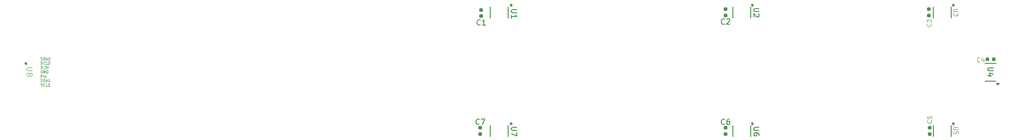
<source format=gto>
G04 #@! TF.GenerationSoftware,KiCad,Pcbnew,7.0.7*
G04 #@! TF.CreationDate,2024-05-14T22:52:39+02:00*
G04 #@! TF.ProjectId,Index_Middle_Ring_V3,496e6465-785f-44d6-9964-646c655f5269,rev?*
G04 #@! TF.SameCoordinates,Original*
G04 #@! TF.FileFunction,Legend,Top*
G04 #@! TF.FilePolarity,Positive*
%FSLAX46Y46*%
G04 Gerber Fmt 4.6, Leading zero omitted, Abs format (unit mm)*
G04 Created by KiCad (PCBNEW 7.0.7) date 2024-05-14 22:52:39*
%MOMM*%
%LPD*%
G01*
G04 APERTURE LIST*
G04 Aperture macros list*
%AMRoundRect*
0 Rectangle with rounded corners*
0 $1 Rounding radius*
0 $2 $3 $4 $5 $6 $7 $8 $9 X,Y pos of 4 corners*
0 Add a 4 corners polygon primitive as box body*
4,1,4,$2,$3,$4,$5,$6,$7,$8,$9,$2,$3,0*
0 Add four circle primitives for the rounded corners*
1,1,$1+$1,$2,$3*
1,1,$1+$1,$4,$5*
1,1,$1+$1,$6,$7*
1,1,$1+$1,$8,$9*
0 Add four rect primitives between the rounded corners*
20,1,$1+$1,$2,$3,$4,$5,0*
20,1,$1+$1,$4,$5,$6,$7,0*
20,1,$1+$1,$6,$7,$8,$9,0*
20,1,$1+$1,$8,$9,$2,$3,0*%
G04 Aperture macros list end*
%ADD10C,0.150000*%
%ADD11C,0.075000*%
%ADD12C,0.100000*%
%ADD13C,0.152400*%
%ADD14RoundRect,0.155000X0.155000X-0.212500X0.155000X0.212500X-0.155000X0.212500X-0.155000X-0.212500X0*%
%ADD15R,0.558800X0.977900*%
%ADD16RoundRect,0.155000X-0.212500X-0.155000X0.212500X-0.155000X0.212500X0.155000X-0.212500X0.155000X0*%
%ADD17R,4.000000X0.300000*%
%ADD18R,0.977900X0.558800*%
G04 APERTURE END LIST*
D10*
X229425180Y-117212095D02*
X228615657Y-117212095D01*
X228615657Y-117212095D02*
X228520419Y-117259714D01*
X228520419Y-117259714D02*
X228472800Y-117307333D01*
X228472800Y-117307333D02*
X228425180Y-117402571D01*
X228425180Y-117402571D02*
X228425180Y-117593047D01*
X228425180Y-117593047D02*
X228472800Y-117688285D01*
X228472800Y-117688285D02*
X228520419Y-117735904D01*
X228520419Y-117735904D02*
X228615657Y-117783523D01*
X228615657Y-117783523D02*
X229425180Y-117783523D01*
X229091847Y-118688285D02*
X228425180Y-118688285D01*
X229472800Y-118450190D02*
X228758514Y-118212095D01*
X228758514Y-118212095D02*
X228758514Y-118831142D01*
D11*
X53248305Y-115740515D02*
X53319733Y-115764324D01*
X53319733Y-115764324D02*
X53438781Y-115764324D01*
X53438781Y-115764324D02*
X53486400Y-115740515D01*
X53486400Y-115740515D02*
X53510209Y-115716705D01*
X53510209Y-115716705D02*
X53534019Y-115669086D01*
X53534019Y-115669086D02*
X53534019Y-115621467D01*
X53534019Y-115621467D02*
X53510209Y-115573848D01*
X53510209Y-115573848D02*
X53486400Y-115550038D01*
X53486400Y-115550038D02*
X53438781Y-115526229D01*
X53438781Y-115526229D02*
X53343543Y-115502419D01*
X53343543Y-115502419D02*
X53295924Y-115478610D01*
X53295924Y-115478610D02*
X53272114Y-115454800D01*
X53272114Y-115454800D02*
X53248305Y-115407181D01*
X53248305Y-115407181D02*
X53248305Y-115359562D01*
X53248305Y-115359562D02*
X53272114Y-115311943D01*
X53272114Y-115311943D02*
X53295924Y-115288134D01*
X53295924Y-115288134D02*
X53343543Y-115264324D01*
X53343543Y-115264324D02*
X53462590Y-115264324D01*
X53462590Y-115264324D02*
X53534019Y-115288134D01*
X53748304Y-115764324D02*
X53748304Y-115264324D01*
X53748304Y-115264324D02*
X53867352Y-115264324D01*
X53867352Y-115264324D02*
X53938780Y-115288134D01*
X53938780Y-115288134D02*
X53986399Y-115335753D01*
X53986399Y-115335753D02*
X54010209Y-115383372D01*
X54010209Y-115383372D02*
X54034018Y-115478610D01*
X54034018Y-115478610D02*
X54034018Y-115550038D01*
X54034018Y-115550038D02*
X54010209Y-115645276D01*
X54010209Y-115645276D02*
X53986399Y-115692895D01*
X53986399Y-115692895D02*
X53938780Y-115740515D01*
X53938780Y-115740515D02*
X53867352Y-115764324D01*
X53867352Y-115764324D02*
X53748304Y-115764324D01*
X54224495Y-115621467D02*
X54462590Y-115621467D01*
X54176876Y-115764324D02*
X54343542Y-115264324D01*
X54343542Y-115264324D02*
X54510209Y-115764324D01*
X54772113Y-115264324D02*
X54819732Y-115264324D01*
X54819732Y-115264324D02*
X54867351Y-115288134D01*
X54867351Y-115288134D02*
X54891161Y-115311943D01*
X54891161Y-115311943D02*
X54914970Y-115359562D01*
X54914970Y-115359562D02*
X54938780Y-115454800D01*
X54938780Y-115454800D02*
X54938780Y-115573848D01*
X54938780Y-115573848D02*
X54914970Y-115669086D01*
X54914970Y-115669086D02*
X54891161Y-115716705D01*
X54891161Y-115716705D02*
X54867351Y-115740515D01*
X54867351Y-115740515D02*
X54819732Y-115764324D01*
X54819732Y-115764324D02*
X54772113Y-115764324D01*
X54772113Y-115764324D02*
X54724494Y-115740515D01*
X54724494Y-115740515D02*
X54700685Y-115716705D01*
X54700685Y-115716705D02*
X54676875Y-115669086D01*
X54676875Y-115669086D02*
X54653066Y-115573848D01*
X54653066Y-115573848D02*
X54653066Y-115454800D01*
X54653066Y-115454800D02*
X54676875Y-115359562D01*
X54676875Y-115359562D02*
X54700685Y-115311943D01*
X54700685Y-115311943D02*
X54724494Y-115288134D01*
X54724494Y-115288134D02*
X54772113Y-115264324D01*
X53248305Y-116545515D02*
X53319733Y-116569324D01*
X53319733Y-116569324D02*
X53438781Y-116569324D01*
X53438781Y-116569324D02*
X53486400Y-116545515D01*
X53486400Y-116545515D02*
X53510209Y-116521705D01*
X53510209Y-116521705D02*
X53534019Y-116474086D01*
X53534019Y-116474086D02*
X53534019Y-116426467D01*
X53534019Y-116426467D02*
X53510209Y-116378848D01*
X53510209Y-116378848D02*
X53486400Y-116355038D01*
X53486400Y-116355038D02*
X53438781Y-116331229D01*
X53438781Y-116331229D02*
X53343543Y-116307419D01*
X53343543Y-116307419D02*
X53295924Y-116283610D01*
X53295924Y-116283610D02*
X53272114Y-116259800D01*
X53272114Y-116259800D02*
X53248305Y-116212181D01*
X53248305Y-116212181D02*
X53248305Y-116164562D01*
X53248305Y-116164562D02*
X53272114Y-116116943D01*
X53272114Y-116116943D02*
X53295924Y-116093134D01*
X53295924Y-116093134D02*
X53343543Y-116069324D01*
X53343543Y-116069324D02*
X53462590Y-116069324D01*
X53462590Y-116069324D02*
X53534019Y-116093134D01*
X54034018Y-116521705D02*
X54010209Y-116545515D01*
X54010209Y-116545515D02*
X53938780Y-116569324D01*
X53938780Y-116569324D02*
X53891161Y-116569324D01*
X53891161Y-116569324D02*
X53819733Y-116545515D01*
X53819733Y-116545515D02*
X53772114Y-116497895D01*
X53772114Y-116497895D02*
X53748304Y-116450276D01*
X53748304Y-116450276D02*
X53724495Y-116355038D01*
X53724495Y-116355038D02*
X53724495Y-116283610D01*
X53724495Y-116283610D02*
X53748304Y-116188372D01*
X53748304Y-116188372D02*
X53772114Y-116140753D01*
X53772114Y-116140753D02*
X53819733Y-116093134D01*
X53819733Y-116093134D02*
X53891161Y-116069324D01*
X53891161Y-116069324D02*
X53938780Y-116069324D01*
X53938780Y-116069324D02*
X54010209Y-116093134D01*
X54010209Y-116093134D02*
X54034018Y-116116943D01*
X54486399Y-116569324D02*
X54248304Y-116569324D01*
X54248304Y-116569324D02*
X54248304Y-116069324D01*
X54748304Y-116069324D02*
X54795923Y-116069324D01*
X54795923Y-116069324D02*
X54843542Y-116093134D01*
X54843542Y-116093134D02*
X54867352Y-116116943D01*
X54867352Y-116116943D02*
X54891161Y-116164562D01*
X54891161Y-116164562D02*
X54914971Y-116259800D01*
X54914971Y-116259800D02*
X54914971Y-116378848D01*
X54914971Y-116378848D02*
X54891161Y-116474086D01*
X54891161Y-116474086D02*
X54867352Y-116521705D01*
X54867352Y-116521705D02*
X54843542Y-116545515D01*
X54843542Y-116545515D02*
X54795923Y-116569324D01*
X54795923Y-116569324D02*
X54748304Y-116569324D01*
X54748304Y-116569324D02*
X54700685Y-116545515D01*
X54700685Y-116545515D02*
X54676876Y-116521705D01*
X54676876Y-116521705D02*
X54653066Y-116474086D01*
X54653066Y-116474086D02*
X54629257Y-116378848D01*
X54629257Y-116378848D02*
X54629257Y-116259800D01*
X54629257Y-116259800D02*
X54653066Y-116164562D01*
X54653066Y-116164562D02*
X54676876Y-116116943D01*
X54676876Y-116116943D02*
X54700685Y-116093134D01*
X54700685Y-116093134D02*
X54748304Y-116069324D01*
X53224495Y-116874324D02*
X53534019Y-116874324D01*
X53534019Y-116874324D02*
X53367352Y-117064800D01*
X53367352Y-117064800D02*
X53438781Y-117064800D01*
X53438781Y-117064800D02*
X53486400Y-117088610D01*
X53486400Y-117088610D02*
X53510209Y-117112419D01*
X53510209Y-117112419D02*
X53534019Y-117160038D01*
X53534019Y-117160038D02*
X53534019Y-117279086D01*
X53534019Y-117279086D02*
X53510209Y-117326705D01*
X53510209Y-117326705D02*
X53486400Y-117350515D01*
X53486400Y-117350515D02*
X53438781Y-117374324D01*
X53438781Y-117374324D02*
X53295924Y-117374324D01*
X53295924Y-117374324D02*
X53248305Y-117350515D01*
X53248305Y-117350515D02*
X53224495Y-117326705D01*
X53748304Y-117326705D02*
X53772114Y-117350515D01*
X53772114Y-117350515D02*
X53748304Y-117374324D01*
X53748304Y-117374324D02*
X53724495Y-117350515D01*
X53724495Y-117350515D02*
X53748304Y-117326705D01*
X53748304Y-117326705D02*
X53748304Y-117374324D01*
X53938780Y-116874324D02*
X54248304Y-116874324D01*
X54248304Y-116874324D02*
X54081637Y-117064800D01*
X54081637Y-117064800D02*
X54153066Y-117064800D01*
X54153066Y-117064800D02*
X54200685Y-117088610D01*
X54200685Y-117088610D02*
X54224494Y-117112419D01*
X54224494Y-117112419D02*
X54248304Y-117160038D01*
X54248304Y-117160038D02*
X54248304Y-117279086D01*
X54248304Y-117279086D02*
X54224494Y-117326705D01*
X54224494Y-117326705D02*
X54200685Y-117350515D01*
X54200685Y-117350515D02*
X54153066Y-117374324D01*
X54153066Y-117374324D02*
X54010209Y-117374324D01*
X54010209Y-117374324D02*
X53962590Y-117350515D01*
X53962590Y-117350515D02*
X53938780Y-117326705D01*
X54391161Y-116874324D02*
X54557827Y-117374324D01*
X54557827Y-117374324D02*
X54724494Y-116874324D01*
X53534019Y-117703134D02*
X53486400Y-117679324D01*
X53486400Y-117679324D02*
X53414971Y-117679324D01*
X53414971Y-117679324D02*
X53343543Y-117703134D01*
X53343543Y-117703134D02*
X53295924Y-117750753D01*
X53295924Y-117750753D02*
X53272114Y-117798372D01*
X53272114Y-117798372D02*
X53248305Y-117893610D01*
X53248305Y-117893610D02*
X53248305Y-117965038D01*
X53248305Y-117965038D02*
X53272114Y-118060276D01*
X53272114Y-118060276D02*
X53295924Y-118107895D01*
X53295924Y-118107895D02*
X53343543Y-118155515D01*
X53343543Y-118155515D02*
X53414971Y-118179324D01*
X53414971Y-118179324D02*
X53462590Y-118179324D01*
X53462590Y-118179324D02*
X53534019Y-118155515D01*
X53534019Y-118155515D02*
X53557828Y-118131705D01*
X53557828Y-118131705D02*
X53557828Y-117965038D01*
X53557828Y-117965038D02*
X53462590Y-117965038D01*
X53772114Y-118179324D02*
X53772114Y-117679324D01*
X53772114Y-117679324D02*
X54057828Y-118179324D01*
X54057828Y-118179324D02*
X54057828Y-117679324D01*
X54295924Y-118179324D02*
X54295924Y-117679324D01*
X54295924Y-117679324D02*
X54414972Y-117679324D01*
X54414972Y-117679324D02*
X54486400Y-117703134D01*
X54486400Y-117703134D02*
X54534019Y-117750753D01*
X54534019Y-117750753D02*
X54557829Y-117798372D01*
X54557829Y-117798372D02*
X54581638Y-117893610D01*
X54581638Y-117893610D02*
X54581638Y-117965038D01*
X54581638Y-117965038D02*
X54557829Y-118060276D01*
X54557829Y-118060276D02*
X54534019Y-118107895D01*
X54534019Y-118107895D02*
X54486400Y-118155515D01*
X54486400Y-118155515D02*
X54414972Y-118179324D01*
X54414972Y-118179324D02*
X54295924Y-118179324D01*
X53272114Y-118984324D02*
X53272114Y-118484324D01*
X53272114Y-118484324D02*
X53462590Y-118484324D01*
X53462590Y-118484324D02*
X53510209Y-118508134D01*
X53510209Y-118508134D02*
X53534019Y-118531943D01*
X53534019Y-118531943D02*
X53557828Y-118579562D01*
X53557828Y-118579562D02*
X53557828Y-118650991D01*
X53557828Y-118650991D02*
X53534019Y-118698610D01*
X53534019Y-118698610D02*
X53510209Y-118722419D01*
X53510209Y-118722419D02*
X53462590Y-118746229D01*
X53462590Y-118746229D02*
X53272114Y-118746229D01*
X53772114Y-118984324D02*
X53772114Y-118650991D01*
X53772114Y-118484324D02*
X53748305Y-118508134D01*
X53748305Y-118508134D02*
X53772114Y-118531943D01*
X53772114Y-118531943D02*
X53795924Y-118508134D01*
X53795924Y-118508134D02*
X53772114Y-118484324D01*
X53772114Y-118484324D02*
X53772114Y-118531943D01*
X54010209Y-118650991D02*
X54010209Y-118984324D01*
X54010209Y-118698610D02*
X54034019Y-118674800D01*
X54034019Y-118674800D02*
X54081638Y-118650991D01*
X54081638Y-118650991D02*
X54153066Y-118650991D01*
X54153066Y-118650991D02*
X54200685Y-118674800D01*
X54200685Y-118674800D02*
X54224495Y-118722419D01*
X54224495Y-118722419D02*
X54224495Y-118984324D01*
X53248305Y-119765515D02*
X53319733Y-119789324D01*
X53319733Y-119789324D02*
X53438781Y-119789324D01*
X53438781Y-119789324D02*
X53486400Y-119765515D01*
X53486400Y-119765515D02*
X53510209Y-119741705D01*
X53510209Y-119741705D02*
X53534019Y-119694086D01*
X53534019Y-119694086D02*
X53534019Y-119646467D01*
X53534019Y-119646467D02*
X53510209Y-119598848D01*
X53510209Y-119598848D02*
X53486400Y-119575038D01*
X53486400Y-119575038D02*
X53438781Y-119551229D01*
X53438781Y-119551229D02*
X53343543Y-119527419D01*
X53343543Y-119527419D02*
X53295924Y-119503610D01*
X53295924Y-119503610D02*
X53272114Y-119479800D01*
X53272114Y-119479800D02*
X53248305Y-119432181D01*
X53248305Y-119432181D02*
X53248305Y-119384562D01*
X53248305Y-119384562D02*
X53272114Y-119336943D01*
X53272114Y-119336943D02*
X53295924Y-119313134D01*
X53295924Y-119313134D02*
X53343543Y-119289324D01*
X53343543Y-119289324D02*
X53462590Y-119289324D01*
X53462590Y-119289324D02*
X53534019Y-119313134D01*
X53748304Y-119789324D02*
X53748304Y-119289324D01*
X53748304Y-119289324D02*
X53867352Y-119289324D01*
X53867352Y-119289324D02*
X53938780Y-119313134D01*
X53938780Y-119313134D02*
X53986399Y-119360753D01*
X53986399Y-119360753D02*
X54010209Y-119408372D01*
X54010209Y-119408372D02*
X54034018Y-119503610D01*
X54034018Y-119503610D02*
X54034018Y-119575038D01*
X54034018Y-119575038D02*
X54010209Y-119670276D01*
X54010209Y-119670276D02*
X53986399Y-119717895D01*
X53986399Y-119717895D02*
X53938780Y-119765515D01*
X53938780Y-119765515D02*
X53867352Y-119789324D01*
X53867352Y-119789324D02*
X53748304Y-119789324D01*
X54224495Y-119646467D02*
X54462590Y-119646467D01*
X54176876Y-119789324D02*
X54343542Y-119289324D01*
X54343542Y-119289324D02*
X54510209Y-119789324D01*
X54938780Y-119789324D02*
X54653066Y-119789324D01*
X54795923Y-119789324D02*
X54795923Y-119289324D01*
X54795923Y-119289324D02*
X54748304Y-119360753D01*
X54748304Y-119360753D02*
X54700685Y-119408372D01*
X54700685Y-119408372D02*
X54653066Y-119432181D01*
X53248305Y-120570515D02*
X53319733Y-120594324D01*
X53319733Y-120594324D02*
X53438781Y-120594324D01*
X53438781Y-120594324D02*
X53486400Y-120570515D01*
X53486400Y-120570515D02*
X53510209Y-120546705D01*
X53510209Y-120546705D02*
X53534019Y-120499086D01*
X53534019Y-120499086D02*
X53534019Y-120451467D01*
X53534019Y-120451467D02*
X53510209Y-120403848D01*
X53510209Y-120403848D02*
X53486400Y-120380038D01*
X53486400Y-120380038D02*
X53438781Y-120356229D01*
X53438781Y-120356229D02*
X53343543Y-120332419D01*
X53343543Y-120332419D02*
X53295924Y-120308610D01*
X53295924Y-120308610D02*
X53272114Y-120284800D01*
X53272114Y-120284800D02*
X53248305Y-120237181D01*
X53248305Y-120237181D02*
X53248305Y-120189562D01*
X53248305Y-120189562D02*
X53272114Y-120141943D01*
X53272114Y-120141943D02*
X53295924Y-120118134D01*
X53295924Y-120118134D02*
X53343543Y-120094324D01*
X53343543Y-120094324D02*
X53462590Y-120094324D01*
X53462590Y-120094324D02*
X53534019Y-120118134D01*
X54034018Y-120546705D02*
X54010209Y-120570515D01*
X54010209Y-120570515D02*
X53938780Y-120594324D01*
X53938780Y-120594324D02*
X53891161Y-120594324D01*
X53891161Y-120594324D02*
X53819733Y-120570515D01*
X53819733Y-120570515D02*
X53772114Y-120522895D01*
X53772114Y-120522895D02*
X53748304Y-120475276D01*
X53748304Y-120475276D02*
X53724495Y-120380038D01*
X53724495Y-120380038D02*
X53724495Y-120308610D01*
X53724495Y-120308610D02*
X53748304Y-120213372D01*
X53748304Y-120213372D02*
X53772114Y-120165753D01*
X53772114Y-120165753D02*
X53819733Y-120118134D01*
X53819733Y-120118134D02*
X53891161Y-120094324D01*
X53891161Y-120094324D02*
X53938780Y-120094324D01*
X53938780Y-120094324D02*
X54010209Y-120118134D01*
X54010209Y-120118134D02*
X54034018Y-120141943D01*
X54486399Y-120594324D02*
X54248304Y-120594324D01*
X54248304Y-120594324D02*
X54248304Y-120094324D01*
X54914971Y-120594324D02*
X54629257Y-120594324D01*
X54772114Y-120594324D02*
X54772114Y-120094324D01*
X54772114Y-120094324D02*
X54724495Y-120165753D01*
X54724495Y-120165753D02*
X54676876Y-120213372D01*
X54676876Y-120213372D02*
X54629257Y-120237181D01*
D12*
X217868704Y-109057332D02*
X217906800Y-109095428D01*
X217906800Y-109095428D02*
X217944895Y-109209713D01*
X217944895Y-109209713D02*
X217944895Y-109285904D01*
X217944895Y-109285904D02*
X217906800Y-109400190D01*
X217906800Y-109400190D02*
X217830609Y-109476380D01*
X217830609Y-109476380D02*
X217754419Y-109514475D01*
X217754419Y-109514475D02*
X217602038Y-109552571D01*
X217602038Y-109552571D02*
X217487752Y-109552571D01*
X217487752Y-109552571D02*
X217335371Y-109514475D01*
X217335371Y-109514475D02*
X217259180Y-109476380D01*
X217259180Y-109476380D02*
X217182990Y-109400190D01*
X217182990Y-109400190D02*
X217144895Y-109285904D01*
X217144895Y-109285904D02*
X217144895Y-109209713D01*
X217144895Y-109209713D02*
X217182990Y-109095428D01*
X217182990Y-109095428D02*
X217221085Y-109057332D01*
X217144895Y-108790666D02*
X217144895Y-108295428D01*
X217144895Y-108295428D02*
X217449657Y-108562094D01*
X217449657Y-108562094D02*
X217449657Y-108447809D01*
X217449657Y-108447809D02*
X217487752Y-108371618D01*
X217487752Y-108371618D02*
X217525847Y-108333523D01*
X217525847Y-108333523D02*
X217602038Y-108295428D01*
X217602038Y-108295428D02*
X217792514Y-108295428D01*
X217792514Y-108295428D02*
X217868704Y-108333523D01*
X217868704Y-108333523D02*
X217906800Y-108371618D01*
X217906800Y-108371618D02*
X217944895Y-108447809D01*
X217944895Y-108447809D02*
X217944895Y-108676380D01*
X217944895Y-108676380D02*
X217906800Y-108752571D01*
X217906800Y-108752571D02*
X217868704Y-108790666D01*
D10*
X186125180Y-106212095D02*
X185315657Y-106212095D01*
X185315657Y-106212095D02*
X185220419Y-106259714D01*
X185220419Y-106259714D02*
X185172800Y-106307333D01*
X185172800Y-106307333D02*
X185125180Y-106402571D01*
X185125180Y-106402571D02*
X185125180Y-106593047D01*
X185125180Y-106593047D02*
X185172800Y-106688285D01*
X185172800Y-106688285D02*
X185220419Y-106735904D01*
X185220419Y-106735904D02*
X185315657Y-106783523D01*
X185315657Y-106783523D02*
X186125180Y-106783523D01*
X186029942Y-107212095D02*
X186077561Y-107259714D01*
X186077561Y-107259714D02*
X186125180Y-107354952D01*
X186125180Y-107354952D02*
X186125180Y-107593047D01*
X186125180Y-107593047D02*
X186077561Y-107688285D01*
X186077561Y-107688285D02*
X186029942Y-107735904D01*
X186029942Y-107735904D02*
X185934704Y-107783523D01*
X185934704Y-107783523D02*
X185839466Y-107783523D01*
X185839466Y-107783523D02*
X185696609Y-107735904D01*
X185696609Y-107735904D02*
X185125180Y-107164476D01*
X185125180Y-107164476D02*
X185125180Y-107783523D01*
X184686819Y-105558749D02*
X184924914Y-105558749D01*
X184829676Y-105796844D02*
X184924914Y-105558749D01*
X184924914Y-105558749D02*
X184829676Y-105320654D01*
X185115390Y-105701606D02*
X184924914Y-105558749D01*
X184924914Y-105558749D02*
X185115390Y-105415892D01*
D12*
X226946667Y-116032704D02*
X226908571Y-116070800D01*
X226908571Y-116070800D02*
X226794286Y-116108895D01*
X226794286Y-116108895D02*
X226718095Y-116108895D01*
X226718095Y-116108895D02*
X226603809Y-116070800D01*
X226603809Y-116070800D02*
X226527619Y-115994609D01*
X226527619Y-115994609D02*
X226489524Y-115918419D01*
X226489524Y-115918419D02*
X226451428Y-115766038D01*
X226451428Y-115766038D02*
X226451428Y-115651752D01*
X226451428Y-115651752D02*
X226489524Y-115499371D01*
X226489524Y-115499371D02*
X226527619Y-115423180D01*
X226527619Y-115423180D02*
X226603809Y-115346990D01*
X226603809Y-115346990D02*
X226718095Y-115308895D01*
X226718095Y-115308895D02*
X226794286Y-115308895D01*
X226794286Y-115308895D02*
X226908571Y-115346990D01*
X226908571Y-115346990D02*
X226946667Y-115385085D01*
X227632381Y-115575561D02*
X227632381Y-116108895D01*
X227441905Y-115270800D02*
X227251428Y-115842228D01*
X227251428Y-115842228D02*
X227746667Y-115842228D01*
X51672580Y-117162095D02*
X50863057Y-117162095D01*
X50863057Y-117162095D02*
X50767819Y-117209714D01*
X50767819Y-117209714D02*
X50720200Y-117257333D01*
X50720200Y-117257333D02*
X50672580Y-117352571D01*
X50672580Y-117352571D02*
X50672580Y-117543047D01*
X50672580Y-117543047D02*
X50720200Y-117638285D01*
X50720200Y-117638285D02*
X50767819Y-117685904D01*
X50767819Y-117685904D02*
X50863057Y-117733523D01*
X50863057Y-117733523D02*
X51672580Y-117733523D01*
X51244009Y-118352571D02*
X51291628Y-118257333D01*
X51291628Y-118257333D02*
X51339247Y-118209714D01*
X51339247Y-118209714D02*
X51434485Y-118162095D01*
X51434485Y-118162095D02*
X51482104Y-118162095D01*
X51482104Y-118162095D02*
X51577342Y-118209714D01*
X51577342Y-118209714D02*
X51624961Y-118257333D01*
X51624961Y-118257333D02*
X51672580Y-118352571D01*
X51672580Y-118352571D02*
X51672580Y-118543047D01*
X51672580Y-118543047D02*
X51624961Y-118638285D01*
X51624961Y-118638285D02*
X51577342Y-118685904D01*
X51577342Y-118685904D02*
X51482104Y-118733523D01*
X51482104Y-118733523D02*
X51434485Y-118733523D01*
X51434485Y-118733523D02*
X51339247Y-118685904D01*
X51339247Y-118685904D02*
X51291628Y-118638285D01*
X51291628Y-118638285D02*
X51244009Y-118543047D01*
X51244009Y-118543047D02*
X51244009Y-118352571D01*
X51244009Y-118352571D02*
X51196390Y-118257333D01*
X51196390Y-118257333D02*
X51148771Y-118209714D01*
X51148771Y-118209714D02*
X51053533Y-118162095D01*
X51053533Y-118162095D02*
X50863057Y-118162095D01*
X50863057Y-118162095D02*
X50767819Y-118209714D01*
X50767819Y-118209714D02*
X50720200Y-118257333D01*
X50720200Y-118257333D02*
X50672580Y-118352571D01*
X50672580Y-118352571D02*
X50672580Y-118543047D01*
X50672580Y-118543047D02*
X50720200Y-118638285D01*
X50720200Y-118638285D02*
X50767819Y-118685904D01*
X50767819Y-118685904D02*
X50863057Y-118733523D01*
X50863057Y-118733523D02*
X51053533Y-118733523D01*
X51053533Y-118733523D02*
X51148771Y-118685904D01*
X51148771Y-118685904D02*
X51196390Y-118638285D01*
X51196390Y-118638285D02*
X51244009Y-118543047D01*
D10*
X50304819Y-116403999D02*
X50542914Y-116403999D01*
X50447676Y-116642094D02*
X50542914Y-116403999D01*
X50542914Y-116403999D02*
X50447676Y-116165904D01*
X50733390Y-116546856D02*
X50542914Y-116403999D01*
X50542914Y-116403999D02*
X50733390Y-116261142D01*
X186125180Y-128262095D02*
X185315657Y-128262095D01*
X185315657Y-128262095D02*
X185220419Y-128309714D01*
X185220419Y-128309714D02*
X185172800Y-128357333D01*
X185172800Y-128357333D02*
X185125180Y-128452571D01*
X185125180Y-128452571D02*
X185125180Y-128643047D01*
X185125180Y-128643047D02*
X185172800Y-128738285D01*
X185172800Y-128738285D02*
X185220419Y-128785904D01*
X185220419Y-128785904D02*
X185315657Y-128833523D01*
X185315657Y-128833523D02*
X186125180Y-128833523D01*
X186125180Y-129738285D02*
X186125180Y-129547809D01*
X186125180Y-129547809D02*
X186077561Y-129452571D01*
X186077561Y-129452571D02*
X186029942Y-129404952D01*
X186029942Y-129404952D02*
X185887085Y-129309714D01*
X185887085Y-129309714D02*
X185696609Y-129262095D01*
X185696609Y-129262095D02*
X185315657Y-129262095D01*
X185315657Y-129262095D02*
X185220419Y-129309714D01*
X185220419Y-129309714D02*
X185172800Y-129357333D01*
X185172800Y-129357333D02*
X185125180Y-129452571D01*
X185125180Y-129452571D02*
X185125180Y-129643047D01*
X185125180Y-129643047D02*
X185172800Y-129738285D01*
X185172800Y-129738285D02*
X185220419Y-129785904D01*
X185220419Y-129785904D02*
X185315657Y-129833523D01*
X185315657Y-129833523D02*
X185553752Y-129833523D01*
X185553752Y-129833523D02*
X185648990Y-129785904D01*
X185648990Y-129785904D02*
X185696609Y-129738285D01*
X185696609Y-129738285D02*
X185744228Y-129643047D01*
X185744228Y-129643047D02*
X185744228Y-129452571D01*
X185744228Y-129452571D02*
X185696609Y-129357333D01*
X185696609Y-129357333D02*
X185648990Y-129309714D01*
X185648990Y-129309714D02*
X185553752Y-129262095D01*
X184686819Y-127558749D02*
X184924914Y-127558749D01*
X184829676Y-127796844D02*
X184924914Y-127558749D01*
X184924914Y-127558749D02*
X184829676Y-127320654D01*
X185115390Y-127701606D02*
X184924914Y-127558749D01*
X184924914Y-127558749D02*
X185115390Y-127415892D01*
D12*
X222915104Y-128214476D02*
X222267485Y-128214476D01*
X222267485Y-128214476D02*
X222191295Y-128252571D01*
X222191295Y-128252571D02*
X222153200Y-128290666D01*
X222153200Y-128290666D02*
X222115104Y-128366857D01*
X222115104Y-128366857D02*
X222115104Y-128519238D01*
X222115104Y-128519238D02*
X222153200Y-128595428D01*
X222153200Y-128595428D02*
X222191295Y-128633523D01*
X222191295Y-128633523D02*
X222267485Y-128671619D01*
X222267485Y-128671619D02*
X222915104Y-128671619D01*
X222915104Y-129433523D02*
X222915104Y-129052571D01*
X222915104Y-129052571D02*
X222534152Y-129014475D01*
X222534152Y-129014475D02*
X222572247Y-129052571D01*
X222572247Y-129052571D02*
X222610342Y-129128761D01*
X222610342Y-129128761D02*
X222610342Y-129319237D01*
X222610342Y-129319237D02*
X222572247Y-129395428D01*
X222572247Y-129395428D02*
X222534152Y-129433523D01*
X222534152Y-129433523D02*
X222457961Y-129471618D01*
X222457961Y-129471618D02*
X222267485Y-129471618D01*
X222267485Y-129471618D02*
X222191295Y-129433523D01*
X222191295Y-129433523D02*
X222153200Y-129395428D01*
X222153200Y-129395428D02*
X222115104Y-129319237D01*
X222115104Y-129319237D02*
X222115104Y-129128761D01*
X222115104Y-129128761D02*
X222153200Y-129052571D01*
X222153200Y-129052571D02*
X222191295Y-129014475D01*
D10*
X221814819Y-127558750D02*
X222052914Y-127558750D01*
X221957676Y-127796845D02*
X222052914Y-127558750D01*
X222052914Y-127558750D02*
X221957676Y-127320655D01*
X222243390Y-127701607D02*
X222052914Y-127558750D01*
X222052914Y-127558750D02*
X222243390Y-127415893D01*
X179763333Y-109033580D02*
X179715714Y-109081200D01*
X179715714Y-109081200D02*
X179572857Y-109128819D01*
X179572857Y-109128819D02*
X179477619Y-109128819D01*
X179477619Y-109128819D02*
X179334762Y-109081200D01*
X179334762Y-109081200D02*
X179239524Y-108985961D01*
X179239524Y-108985961D02*
X179191905Y-108890723D01*
X179191905Y-108890723D02*
X179144286Y-108700247D01*
X179144286Y-108700247D02*
X179144286Y-108557390D01*
X179144286Y-108557390D02*
X179191905Y-108366914D01*
X179191905Y-108366914D02*
X179239524Y-108271676D01*
X179239524Y-108271676D02*
X179334762Y-108176438D01*
X179334762Y-108176438D02*
X179477619Y-108128819D01*
X179477619Y-108128819D02*
X179572857Y-108128819D01*
X179572857Y-108128819D02*
X179715714Y-108176438D01*
X179715714Y-108176438D02*
X179763333Y-108224057D01*
X180144286Y-108224057D02*
X180191905Y-108176438D01*
X180191905Y-108176438D02*
X180287143Y-108128819D01*
X180287143Y-108128819D02*
X180525238Y-108128819D01*
X180525238Y-108128819D02*
X180620476Y-108176438D01*
X180620476Y-108176438D02*
X180668095Y-108224057D01*
X180668095Y-108224057D02*
X180715714Y-108319295D01*
X180715714Y-108319295D02*
X180715714Y-108414533D01*
X180715714Y-108414533D02*
X180668095Y-108557390D01*
X180668095Y-108557390D02*
X180096667Y-109128819D01*
X180096667Y-109128819D02*
X180715714Y-109128819D01*
X141325180Y-128262095D02*
X140515657Y-128262095D01*
X140515657Y-128262095D02*
X140420419Y-128309714D01*
X140420419Y-128309714D02*
X140372800Y-128357333D01*
X140372800Y-128357333D02*
X140325180Y-128452571D01*
X140325180Y-128452571D02*
X140325180Y-128643047D01*
X140325180Y-128643047D02*
X140372800Y-128738285D01*
X140372800Y-128738285D02*
X140420419Y-128785904D01*
X140420419Y-128785904D02*
X140515657Y-128833523D01*
X140515657Y-128833523D02*
X141325180Y-128833523D01*
X141325180Y-129214476D02*
X141325180Y-129881142D01*
X141325180Y-129881142D02*
X140325180Y-129452571D01*
X140044819Y-127558750D02*
X140282914Y-127558750D01*
X140187676Y-127796845D02*
X140282914Y-127558750D01*
X140282914Y-127558750D02*
X140187676Y-127320655D01*
X140473390Y-127701607D02*
X140282914Y-127558750D01*
X140282914Y-127558750D02*
X140473390Y-127415893D01*
X141325180Y-106412095D02*
X140515657Y-106412095D01*
X140515657Y-106412095D02*
X140420419Y-106459714D01*
X140420419Y-106459714D02*
X140372800Y-106507333D01*
X140372800Y-106507333D02*
X140325180Y-106602571D01*
X140325180Y-106602571D02*
X140325180Y-106793047D01*
X140325180Y-106793047D02*
X140372800Y-106888285D01*
X140372800Y-106888285D02*
X140420419Y-106935904D01*
X140420419Y-106935904D02*
X140515657Y-106983523D01*
X140515657Y-106983523D02*
X141325180Y-106983523D01*
X140325180Y-107983523D02*
X140325180Y-107412095D01*
X140325180Y-107697809D02*
X141325180Y-107697809D01*
X141325180Y-107697809D02*
X141182323Y-107602571D01*
X141182323Y-107602571D02*
X141087085Y-107507333D01*
X141087085Y-107507333D02*
X141039466Y-107412095D01*
X140044819Y-105558750D02*
X140282914Y-105558750D01*
X140187676Y-105796845D02*
X140282914Y-105558750D01*
X140282914Y-105558750D02*
X140187676Y-105320655D01*
X140473390Y-105701607D02*
X140282914Y-105558750D01*
X140282914Y-105558750D02*
X140473390Y-105415893D01*
X134363333Y-127633580D02*
X134315714Y-127681200D01*
X134315714Y-127681200D02*
X134172857Y-127728819D01*
X134172857Y-127728819D02*
X134077619Y-127728819D01*
X134077619Y-127728819D02*
X133934762Y-127681200D01*
X133934762Y-127681200D02*
X133839524Y-127585961D01*
X133839524Y-127585961D02*
X133791905Y-127490723D01*
X133791905Y-127490723D02*
X133744286Y-127300247D01*
X133744286Y-127300247D02*
X133744286Y-127157390D01*
X133744286Y-127157390D02*
X133791905Y-126966914D01*
X133791905Y-126966914D02*
X133839524Y-126871676D01*
X133839524Y-126871676D02*
X133934762Y-126776438D01*
X133934762Y-126776438D02*
X134077619Y-126728819D01*
X134077619Y-126728819D02*
X134172857Y-126728819D01*
X134172857Y-126728819D02*
X134315714Y-126776438D01*
X134315714Y-126776438D02*
X134363333Y-126824057D01*
X134696667Y-126728819D02*
X135363333Y-126728819D01*
X135363333Y-126728819D02*
X134934762Y-127728819D01*
X230295250Y-119948819D02*
X230295250Y-120186914D01*
X230057155Y-120091676D02*
X230295250Y-120186914D01*
X230295250Y-120186914D02*
X230533345Y-120091676D01*
X230152393Y-120377390D02*
X230295250Y-120186914D01*
X230295250Y-120186914D02*
X230438107Y-120377390D01*
D12*
X217943704Y-126957332D02*
X217981800Y-126995428D01*
X217981800Y-126995428D02*
X218019895Y-127109713D01*
X218019895Y-127109713D02*
X218019895Y-127185904D01*
X218019895Y-127185904D02*
X217981800Y-127300190D01*
X217981800Y-127300190D02*
X217905609Y-127376380D01*
X217905609Y-127376380D02*
X217829419Y-127414475D01*
X217829419Y-127414475D02*
X217677038Y-127452571D01*
X217677038Y-127452571D02*
X217562752Y-127452571D01*
X217562752Y-127452571D02*
X217410371Y-127414475D01*
X217410371Y-127414475D02*
X217334180Y-127376380D01*
X217334180Y-127376380D02*
X217257990Y-127300190D01*
X217257990Y-127300190D02*
X217219895Y-127185904D01*
X217219895Y-127185904D02*
X217219895Y-127109713D01*
X217219895Y-127109713D02*
X217257990Y-126995428D01*
X217257990Y-126995428D02*
X217296085Y-126957332D01*
X217219895Y-126233523D02*
X217219895Y-126614475D01*
X217219895Y-126614475D02*
X217600847Y-126652571D01*
X217600847Y-126652571D02*
X217562752Y-126614475D01*
X217562752Y-126614475D02*
X217524657Y-126538285D01*
X217524657Y-126538285D02*
X217524657Y-126347809D01*
X217524657Y-126347809D02*
X217562752Y-126271618D01*
X217562752Y-126271618D02*
X217600847Y-126233523D01*
X217600847Y-126233523D02*
X217677038Y-126195428D01*
X217677038Y-126195428D02*
X217867514Y-126195428D01*
X217867514Y-126195428D02*
X217943704Y-126233523D01*
X217943704Y-126233523D02*
X217981800Y-126271618D01*
X217981800Y-126271618D02*
X218019895Y-126347809D01*
X218019895Y-126347809D02*
X218019895Y-126538285D01*
X218019895Y-126538285D02*
X217981800Y-126614475D01*
X217981800Y-126614475D02*
X217943704Y-126652571D01*
X222865104Y-106314476D02*
X222217485Y-106314476D01*
X222217485Y-106314476D02*
X222141295Y-106352571D01*
X222141295Y-106352571D02*
X222103200Y-106390666D01*
X222103200Y-106390666D02*
X222065104Y-106466857D01*
X222065104Y-106466857D02*
X222065104Y-106619238D01*
X222065104Y-106619238D02*
X222103200Y-106695428D01*
X222103200Y-106695428D02*
X222141295Y-106733523D01*
X222141295Y-106733523D02*
X222217485Y-106771619D01*
X222217485Y-106771619D02*
X222865104Y-106771619D01*
X222865104Y-107076380D02*
X222865104Y-107571618D01*
X222865104Y-107571618D02*
X222560342Y-107304952D01*
X222560342Y-107304952D02*
X222560342Y-107419237D01*
X222560342Y-107419237D02*
X222522247Y-107495428D01*
X222522247Y-107495428D02*
X222484152Y-107533523D01*
X222484152Y-107533523D02*
X222407961Y-107571618D01*
X222407961Y-107571618D02*
X222217485Y-107571618D01*
X222217485Y-107571618D02*
X222141295Y-107533523D01*
X222141295Y-107533523D02*
X222103200Y-107495428D01*
X222103200Y-107495428D02*
X222065104Y-107419237D01*
X222065104Y-107419237D02*
X222065104Y-107190666D01*
X222065104Y-107190666D02*
X222103200Y-107114475D01*
X222103200Y-107114475D02*
X222141295Y-107076380D01*
D10*
X221814819Y-105558750D02*
X222052914Y-105558750D01*
X221957676Y-105796845D02*
X222052914Y-105558750D01*
X222052914Y-105558750D02*
X221957676Y-105320655D01*
X222243390Y-105701607D02*
X222052914Y-105558750D01*
X222052914Y-105558750D02*
X222243390Y-105415893D01*
X134563333Y-109183580D02*
X134515714Y-109231200D01*
X134515714Y-109231200D02*
X134372857Y-109278819D01*
X134372857Y-109278819D02*
X134277619Y-109278819D01*
X134277619Y-109278819D02*
X134134762Y-109231200D01*
X134134762Y-109231200D02*
X134039524Y-109135961D01*
X134039524Y-109135961D02*
X133991905Y-109040723D01*
X133991905Y-109040723D02*
X133944286Y-108850247D01*
X133944286Y-108850247D02*
X133944286Y-108707390D01*
X133944286Y-108707390D02*
X133991905Y-108516914D01*
X133991905Y-108516914D02*
X134039524Y-108421676D01*
X134039524Y-108421676D02*
X134134762Y-108326438D01*
X134134762Y-108326438D02*
X134277619Y-108278819D01*
X134277619Y-108278819D02*
X134372857Y-108278819D01*
X134372857Y-108278819D02*
X134515714Y-108326438D01*
X134515714Y-108326438D02*
X134563333Y-108374057D01*
X135515714Y-109278819D02*
X134944286Y-109278819D01*
X135230000Y-109278819D02*
X135230000Y-108278819D01*
X135230000Y-108278819D02*
X135134762Y-108421676D01*
X135134762Y-108421676D02*
X135039524Y-108516914D01*
X135039524Y-108516914D02*
X134944286Y-108564533D01*
X179763333Y-127633580D02*
X179715714Y-127681200D01*
X179715714Y-127681200D02*
X179572857Y-127728819D01*
X179572857Y-127728819D02*
X179477619Y-127728819D01*
X179477619Y-127728819D02*
X179334762Y-127681200D01*
X179334762Y-127681200D02*
X179239524Y-127585961D01*
X179239524Y-127585961D02*
X179191905Y-127490723D01*
X179191905Y-127490723D02*
X179144286Y-127300247D01*
X179144286Y-127300247D02*
X179144286Y-127157390D01*
X179144286Y-127157390D02*
X179191905Y-126966914D01*
X179191905Y-126966914D02*
X179239524Y-126871676D01*
X179239524Y-126871676D02*
X179334762Y-126776438D01*
X179334762Y-126776438D02*
X179477619Y-126728819D01*
X179477619Y-126728819D02*
X179572857Y-126728819D01*
X179572857Y-126728819D02*
X179715714Y-126776438D01*
X179715714Y-126776438D02*
X179763333Y-126824057D01*
X180620476Y-126728819D02*
X180430000Y-126728819D01*
X180430000Y-126728819D02*
X180334762Y-126776438D01*
X180334762Y-126776438D02*
X180287143Y-126824057D01*
X180287143Y-126824057D02*
X180191905Y-126966914D01*
X180191905Y-126966914D02*
X180144286Y-127157390D01*
X180144286Y-127157390D02*
X180144286Y-127538342D01*
X180144286Y-127538342D02*
X180191905Y-127633580D01*
X180191905Y-127633580D02*
X180239524Y-127681200D01*
X180239524Y-127681200D02*
X180334762Y-127728819D01*
X180334762Y-127728819D02*
X180525238Y-127728819D01*
X180525238Y-127728819D02*
X180620476Y-127681200D01*
X180620476Y-127681200D02*
X180668095Y-127633580D01*
X180668095Y-127633580D02*
X180715714Y-127538342D01*
X180715714Y-127538342D02*
X180715714Y-127300247D01*
X180715714Y-127300247D02*
X180668095Y-127205009D01*
X180668095Y-127205009D02*
X180620476Y-127157390D01*
X180620476Y-127157390D02*
X180525238Y-127109771D01*
X180525238Y-127109771D02*
X180334762Y-127109771D01*
X180334762Y-127109771D02*
X180239524Y-127157390D01*
X180239524Y-127157390D02*
X180191905Y-127205009D01*
X180191905Y-127205009D02*
X180144286Y-127300247D01*
D13*
X181229000Y-105920700D02*
X181229000Y-107927300D01*
X184531000Y-107927300D02*
X184531000Y-105920700D01*
X181229000Y-127920700D02*
X181229000Y-129927300D01*
X184531000Y-129927300D02*
X184531000Y-127920700D01*
X218379000Y-127920700D02*
X218379000Y-129927300D01*
X221681000Y-129927300D02*
X221681000Y-127920700D01*
X136429000Y-127920700D02*
X136429000Y-129927300D01*
X139731000Y-129927300D02*
X139731000Y-127920700D01*
X136429000Y-105920700D02*
X136429000Y-107927300D01*
X139731000Y-107927300D02*
X139731000Y-105920700D01*
X229933300Y-116373000D02*
X227926700Y-116373000D01*
X227926700Y-119675000D02*
X229933300Y-119675000D01*
X218379000Y-105920700D02*
X218379000Y-107927300D01*
X221681000Y-107927300D02*
X221681000Y-105920700D01*
%LPC*%
D14*
X217530000Y-107491500D03*
X217530000Y-106356500D03*
D15*
X183830001Y-105558750D03*
X182880000Y-105558750D03*
X181929999Y-105558750D03*
X181929999Y-108289250D03*
X182880000Y-108289250D03*
X183830001Y-108289250D03*
D16*
X228372500Y-115634000D03*
X229507500Y-115634000D03*
D17*
X44580000Y-116424000D03*
X44580000Y-116924000D03*
X44580000Y-117424000D03*
X44580000Y-117924000D03*
X44580000Y-118424000D03*
X44580000Y-118924000D03*
X44580000Y-119424000D03*
D15*
X183830001Y-127558750D03*
X182880000Y-127558750D03*
X181929999Y-127558750D03*
X181929999Y-130289250D03*
X182880000Y-130289250D03*
X183830001Y-130289250D03*
X220980001Y-127558750D03*
X220030000Y-127558750D03*
X219079999Y-127558750D03*
X219079999Y-130289250D03*
X220030000Y-130289250D03*
X220980001Y-130289250D03*
D14*
X179930000Y-107491500D03*
X179930000Y-106356500D03*
D15*
X139030001Y-127558750D03*
X138080000Y-127558750D03*
X137129999Y-127558750D03*
X137129999Y-130289250D03*
X138080000Y-130289250D03*
X139030001Y-130289250D03*
X139030001Y-105558750D03*
X138080000Y-105558750D03*
X137129999Y-105558750D03*
X137129999Y-108289250D03*
X138080000Y-108289250D03*
X139030001Y-108289250D03*
D14*
X134530001Y-129491499D03*
X134530001Y-128356499D03*
D18*
X230295250Y-118974001D03*
X230295250Y-118024000D03*
X230295250Y-117073999D03*
X227564750Y-117073999D03*
X227564750Y-118024000D03*
X227564750Y-118974001D03*
D14*
X217655000Y-129491500D03*
X217655000Y-128356500D03*
D15*
X220980001Y-105558750D03*
X220030000Y-105558750D03*
X219079999Y-105558750D03*
X219079999Y-108289250D03*
X220030000Y-108289250D03*
X220980001Y-108289250D03*
D14*
X134696000Y-107631500D03*
X134696000Y-106496500D03*
X179930000Y-129491500D03*
X179930000Y-128356500D03*
%LPD*%
M02*

</source>
